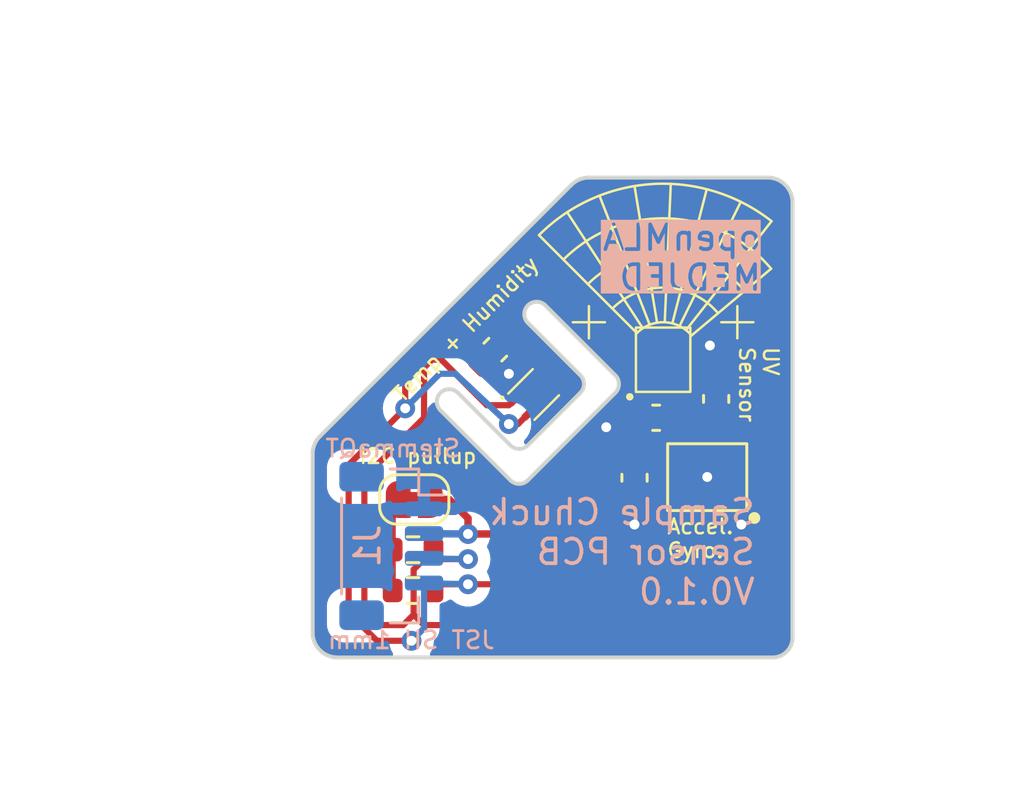
<source format=kicad_pcb>
(kicad_pcb (version 20221018) (generator pcbnew)
  (layers (0 "F.Cu" signal) (31 "B.Cu" signal) (34 "B.Paste" user) (35 "F.Paste" user) (36 "B.SilkS" user "B.Silkscreen") (37 "F.SilkS" user "F.Silkscreen") (38 "B.Mask" user) (39 "F.Mask" user) (44 "Edge.Cuts" user))
  (net 0 "")
  (net 1 "+3.3V")
  (net 2 "/SDA")
  (net 3 "/SCL")
  (net 11 "GND")
  (net 12 "/I2C_pullup")
  (footprint "Medjed-stage-sensor:OPT3002" (layer "F.Cu") (at 139.207 90.998 90)
    (fp_text reference "U2" hide)
    (fp_text value "~")
    (fp_rect (start -1.3 -1.1) (end 1.3 1.1) (stroke (width 0.1)) (fill none) (layer "F.SilkS"))
    (fp_circle (center -1.5 -1.35) (end -1.4 -1.35) (stroke (width 0.1)) (fill solid) (layer "F.SilkS"))
    (pad "1" smd roundrect (at -0.95 -0.65 270) (size 0.5 0.25) (layers "F.Cu" "F.Paste" "F.Mask") (roundrect_rratio 0.5) (net 1 "+3.3V"))
    (pad "2" smd roundrect (at -0.95 0 270) (size 0.5 0.25) (layers "F.Cu" "F.Paste" "F.Mask") (roundrect_rratio 0.5) (net 1 "+3.3V"))
    (pad "3" smd roundrect (at -0.95 0.65 90) (size 0.5 0.25) (layers "F.Cu" "F.Paste" "F.Mask") (roundrect_rratio 0.5) (net 11 "GND"))
    (pad "3" smd roundrect (at 0 0 90) (size 0.65 1.35) (layers "F.Cu" "F.Paste" "F.Mask") (roundrect_rratio 0.04) (net 11 "GND"))
    (pad "4" smd roundrect (at 0.95 0.65 270) (size 0.5 0.25) (layers "F.Cu" "F.Paste" "F.Mask") (roundrect_rratio 0.5) (net 3 "/SCL"))
    (pad "5" smd roundrect (at 0.95 0 270) (size 0.5 0.25) (layers "F.Cu" "F.Paste" "F.Mask") (roundrect_rratio 0.5))
    (pad "6" smd roundrect (at 0.95 -0.65 270) (size 0.5 0.25) (layers "F.Cu" "F.Paste" "F.Mask") (roundrect_rratio 0.5) (net 2 "/SDA"))
  )
  (footprint "Resistor_SMD:R_0603_1608Metric" (layer "F.Cu") (at 129.096 100.33)
    (fp_text reference "R2" hide)
    (fp_text value "11K")
    (fp_line (start -0.237258 -0.5225) (end 0.237258 -0.5225) (stroke (width 0.12)) (layer "F.SilkS"))
    (fp_line (start -0.237258 0.5225) (end 0.237258 0.5225) (stroke (width 0.12)) (layer "F.SilkS"))
    (pad "1" smd roundrect (at -0.825 0) (size 0.8 0.95) (layers "F.Cu" "F.Paste" "F.Mask") (net 12 "/I2C_pullup"))
    (pad "2" smd roundrect (at 0.825 0) (size 0.8 0.95) (layers "F.Cu" "F.Paste" "F.Mask") (net 3 "/SCL"))
  )
  (footprint "Medjed-stage-sensor:SHT4X" (layer "F.Cu") (at 133.969183 92.402843 45)
    (fp_text reference "U3" hide)
    (fp_text value "SHT45" hide)
    (fp_line (start -0.7 -0.75) (end 0.7 -0.75) (stroke (width 0.1)) (layer "F.SilkS"))
    (fp_line (start -0.7 0.75) (end 0.7 0.75) (stroke (width 0.1)) (layer "F.SilkS"))
    (fp_circle (center -1 -0.8) (end -0.95 -0.8) (stroke (width 0.1)) (fill none) (layer "F.SilkS"))
    (pad "1" smd rect (at -0.7 -0.4 45) (size 0.5 0.3) (layers "F.Cu" "F.Paste" "F.Mask") (net 2 "/SDA"))
    (pad "2" smd rect (at -0.7 0.4 45) (size 0.5 0.3) (layers "F.Cu" "F.Paste" "F.Mask") (net 3 "/SCL"))
    (pad "3" smd rect (at 0.7 0.4 45) (size 0.5 0.3) (layers "F.Cu" "F.Paste" "F.Mask") (net 1 "+3.3V"))
    (pad "4" smd rect (at 0.7 -0.4 45) (size 0.5 0.3) (layers "F.Cu" "F.Paste" "F.Mask") (net 11 "GND"))
  )
  (footprint "Capacitor_SMD:C_0603_1608Metric" (layer "F.Cu") (at 141.351 92.583 90)
    (fp_text reference "C4" hide)
    (fp_text value "2.2uF")
    (fp_line (start -0.14058 -0.51) (end 0.14058 -0.51) (stroke (width 0.12)) (layer "F.SilkS"))
    (fp_line (start -0.14058 0.51) (end 0.14058 0.51) (stroke (width 0.12)) (layer "F.SilkS"))
    (pad "1" smd roundrect (at -0.775 0 90) (size 0.9 0.95) (layers "F.Cu" "F.Paste" "F.Mask") (net 1 "+3.3V"))
    (pad "2" smd roundrect (at 0.775 0 90) (size 0.9 0.95) (layers "F.Cu" "F.Paste" "F.Mask") (net 11 "GND"))
  )
  (footprint "Jumper:SolderJumper-2_P1.3mm_Bridged_RoundedPad1.0x1.5mm" (layer "F.Cu") (at 129.144 96.647)
    (fp_text reference "JP1" hide)
    (fp_text value "Bridged")
    (fp_poly (pts (xy 0.25 -0.3) (xy -0.25 -0.3) (xy -0.25 0.3) (xy 0.25 0.3)) (fill solid) (layer "F.Cu"))
    (fp_line (start -1.4 0.3) (end -1.4 -0.3) (stroke (width 0.12)) (layer "F.SilkS"))
    (fp_line (start -0.7 -1) (end 0.7 -1) (stroke (width 0.12)) (layer "F.SilkS"))
    (fp_line (start 0.7 1) (end -0.7 1) (stroke (width 0.12)) (layer "F.SilkS"))
    (fp_line (start 1.4 -0.3) (end 1.4 0.3) (stroke (width 0.12)) (layer "F.SilkS"))
    (fp_arc (start -1.4 -0.3) (mid -1.194975 -0.794975) (end -0.7 -1) (stroke (width 0.12)) (layer "F.SilkS"))
    (fp_arc (start -0.7 1) (mid -1.194975 0.794975) (end -1.4 0.3) (stroke (width 0.12)) (layer "F.SilkS"))
    (fp_arc (start 0.7 -1) (mid 1.194975 -0.794975) (end 1.4 -0.3) (stroke (width 0.12)) (layer "F.SilkS"))
    (fp_arc (start 1.4 0.3) (mid 1.194975 0.794975) (end 0.7 1) (stroke (width 0.12)) (layer "F.SilkS"))
    (pad "1" smd custom (at -0.65 0) (size 1 0.5) (layers "F.Cu" "F.Mask") (net 12 "/I2C_pullup") (options (clearance outline) (anchor rect)) (primitives (gr_circle (center 0 0.25) (end 0.5 0.25) (width 0) (fill yes)) (gr_circle (center 0 -0.25) (end 0.5 -0.25) (width 0) (fill yes)) (gr_poly (pts (xy 0.5 0.75) (xy 0 0.75) (xy 0 -0.75) (xy 0.5 -0.75)) (width 0) (fill yes))))
    (pad "2" smd custom (at 0.65 0) (size 1 0.5) (layers "F.Cu" "F.Mask") (net 1 "+3.3V") (options (clearance outline) (anchor rect)) (primitives (gr_circle (center 0 0.25) (end 0.5 0.25) (width 0) (fill yes)) (gr_circle (center 0 -0.25) (end 0.5 -0.25) (width 0) (fill yes)) (gr_poly (pts (xy 0 0.75) (xy -0.5 0.75) (xy -0.5 -0.75) (xy 0 -0.75)) (width 0) (fill yes))))
  )
  (footprint "Resistor_SMD:R_0603_1608Metric" (layer "F.Cu") (at 129.096 98.679)
    (fp_text reference "R1" hide)
    (fp_text value "11K")
    (fp_line (start -0.237258 -0.5225) (end 0.237258 -0.5225) (stroke (width 0.12)) (layer "F.SilkS"))
    (fp_line (start -0.237258 0.5225) (end 0.237258 0.5225) (stroke (width 0.12)) (layer "F.SilkS"))
    (pad "1" smd roundrect (at -0.825 0) (size 0.8 0.95) (layers "F.Cu" "F.Paste" "F.Mask") (net 12 "/I2C_pullup"))
    (pad "2" smd roundrect (at 0.825 0) (size 0.8 0.95) (layers "F.Cu" "F.Paste" "F.Mask") (net 2 "/SDA"))
  )
  (footprint "Medjed-stage-sensor:icm-42605" (layer "F.Cu") (at 140.9895 95.746 180)
    (fp_text reference "U1" hide)
    (fp_text value "ICM 42605")
    (fp_rect (start -1.6 -1.35) (end 1.6 1.35) (stroke (width 0.12)) (fill none) (layer "F.SilkS"))
    (fp_circle (center -1.905 -1.651) (end -1.725395 -1.651) (stroke (width 0.12)) (fill solid) (layer "F.SilkS"))
    (pad "1" smd rect (at -1.1625 -0.75 270) (size 0.25 0.475) (layers "F.Cu" "F.Paste" "F.Mask") (net 11 "GND"))
    (pad "2" smd rect (at -1.1625 -0.25 270) (size 0.25 0.475) (layers "F.Cu" "F.Paste" "F.Mask"))
    (pad "3" smd rect (at -1.1625 0.25 270) (size 0.25 0.475) (layers "F.Cu" "F.Paste" "F.Mask"))
    (pad "4" smd rect (at -1.1625 0.75 270) (size 0.25 0.475) (layers "F.Cu" "F.Paste" "F.Mask"))
    (pad "5" smd rect (at -0.5 0.9125 180) (size 0.25 0.475) (layers "F.Cu" "F.Paste" "F.Mask") (net 1 "+3.3V"))
    (pad "6" smd rect (at 0 0.9125 180) (size 0.25 0.475) (layers "F.Cu" "F.Paste" "F.Mask") (net 11 "GND"))
    (pad "7" smd rect (at 0.5 0.9125 180) (size 0.25 0.475) (layers "F.Cu" "F.Paste" "F.Mask") (net 11 "GND"))
    (pad "8" smd rect (at 1.1625 0.738 270) (size 0.25 0.475) (layers "F.Cu" "F.Paste" "F.Mask") (net 1 "+3.3V"))
    (pad "9" smd rect (at 1.1625 0.238 270) (size 0.25 0.475) (layers "F.Cu" "F.Paste" "F.Mask"))
    (pad "10" smd rect (at 1.1625 -0.25 270) (size 0.25 0.475) (layers "F.Cu" "F.Paste" "F.Mask"))
    (pad "11" smd rect (at 1.1625 -0.75 270) (size 0.25 0.475) (layers "F.Cu" "F.Paste" "F.Mask"))
    (pad "12" smd rect (at 0.5 -0.9125 180) (size 0.25 0.475) (layers "F.Cu" "F.Paste" "F.Mask") (net 1 "+3.3V"))
    (pad "13" smd rect (at 0 -0.9125 180) (size 0.25 0.475) (layers "F.Cu" "F.Paste" "F.Mask") (net 3 "/SCL"))
    (pad "14" smd rect (at -0.5 -0.9125 180) (size 0.25 0.475) (layers "F.Cu" "F.Paste" "F.Mask") (net 2 "/SDA"))
  )
  (footprint "Capacitor_SMD:C_0603_1608Metric" (layer "F.Cu") (at 138.049 95.771 -90)
    (fp_text reference "C3" hide)
    (fp_text value "10nF")
    (fp_line (start -0.14058 -0.51) (end 0.14058 -0.51) (stroke (width 0.12)) (layer "F.SilkS"))
    (fp_line (start -0.14058 0.51) (end 0.14058 0.51) (stroke (width 0.12)) (layer "F.SilkS"))
    (pad "1" smd roundrect (at -0.775 0 270) (size 0.9 0.95) (layers "F.Cu" "F.Paste" "F.Mask") (net 1 "+3.3V"))
    (pad "2" smd roundrect (at 0.775 0 270) (size 0.9 0.95) (layers "F.Cu" "F.Paste" "F.Mask") (net 11 "GND"))
  )
  (footprint "Capacitor_SMD:C_0603_1608Metric" (layer "F.Cu") (at 138.925 93.345)
    (fp_text reference "C6" hide)
    (fp_text value "100nF")
    (fp_line (start -0.14058 -0.51) (end 0.14058 -0.51) (stroke (width 0.12)) (layer "F.SilkS"))
    (fp_line (start -0.14058 0.51) (end 0.14058 0.51) (stroke (width 0.12)) (layer "F.SilkS"))
    (pad "1" smd roundrect (at -0.775 0) (size 0.9 0.95) (layers "F.Cu" "F.Paste" "F.Mask") (net 11 "GND"))
    (pad "2" smd roundrect (at 0.775 0) (size 0.9 0.95) (layers "F.Cu" "F.Paste" "F.Mask") (net 1 "+3.3V"))
  )
  (footprint "Capacitor_SMD:C_0603_1608Metric" (layer "F.Cu") (at 132.420992 90.591008 45)
    (fp_text reference "C5" hide)
    (fp_text value "100nF")
    (fp_line (start -0.14058 -0.51) (end 0.14058 -0.51) (stroke (width 0.12)) (layer "F.SilkS"))
    (fp_line (start -0.14058 0.51) (end 0.14058 0.51) (stroke (width 0.12)) (layer "F.SilkS"))
    (pad "1" smd roundrect (at -0.775 0 45) (size 0.9 0.95) (layers "F.Cu" "F.Paste" "F.Mask") (net 11 "GND"))
    (pad "2" smd roundrect (at 0.775 0 45) (size 0.9 0.95) (layers "F.Cu" "F.Paste" "F.Mask") (net 1 "+3.3V"))
  )
  (footprint "Connector_JST:JST_SH_BM04B-SRSS-TB_1x04-1MP_P1.00mm_Vertical" (layer "B.Cu") (at 128.215 98.528 -90)
    (fp_text reference "J1" (at 0 0.961 90) (layer "B.SilkS") (effects (justify mirror)))
    (fp_text value "STEMMA QT")
    (fp_line (start -3.11 -1.11) (end -2.06 -1.11) (stroke (width 0.12)) (layer "B.SilkS"))
    (fp_line (start -3.11 0.04) (end -3.11 -1.11) (stroke (width 0.12)) (layer "B.SilkS"))
    (fp_line (start -2.06 -1.11) (end -2.06 -2.1) (stroke (width 0.12)) (layer "B.SilkS"))
    (fp_line (start -1.94 2.01) (end 1.94 2.01) (stroke (width 0.12)) (layer "B.SilkS"))
    (fp_line (start 3.11 -1.11) (end 2.06 -1.11) (stroke (width 0.12)) (layer "B.SilkS"))
    (fp_line (start 3.11 0.04) (end 3.11 -1.11) (stroke (width 0.12)) (layer "B.SilkS"))
    (pad "1" smd roundrect (at -1.5 -1.325 270) (size 0.6 1.55) (layers "B.Cu" "B.Paste" "B.Mask") (net 11 "GND"))
    (pad "2" smd roundrect (at -0.5 -1.325 270) (size 0.6 1.55) (layers "B.Cu" "B.Paste" "B.Mask") (net 1 "+3.3V"))
    (pad "3" smd roundrect (at 0.5 -1.325 270) (size 0.6 1.55) (layers "B.Cu" "B.Paste" "B.Mask") (net 2 "/SDA"))
    (pad "4" smd roundrect (at 1.5 -1.325 270) (size 0.6 1.55) (layers "B.Cu" "B.Paste" "B.Mask") (net 3 "/SCL"))
    (pad "MP" smd roundrect (at -2.8 1.2 270) (size 1.2 1.8) (layers "B.Cu" "B.Paste" "B.Mask") (roundrect_rratio 0.208333))
    (pad "MP" smd roundrect (at 2.8 1.2 270) (size 1.2 1.8) (layers "B.Cu" "B.Paste" "B.Mask") (roundrect_rratio 0.208333))
  )
  (gr_arc (start 138.14534 89.92134) (mid 139.271486 89.48343) (end 140.35514 90.017906) (stroke (width 0.1)) (layer "F.SilkS"))
  (gr_line (start 140.35514 90.017906) (end 143.572732 87.318443) (stroke (width 0.1)) (layer "F.SilkS"))
  (gr_line (start 140.132147 89.802063) (end 143.589764 85.396965) (stroke (width 0.1)) (layer "F.SilkS"))
  (gr_arc (start 137.15539 88.93139) (mid 139.332606 88.084765) (end 141.427671 89.118085) (stroke (width 0.1)) (layer "F.SilkS"))
  (gr_line (start 142.206 88.832) (end 142.206 90.132) (stroke (width 0.1)) (layer "F.SilkS"))
  (gr_arc (start 136.165441 87.941441) (mid 139.393727 86.6861) (end 142.500201 88.218264) (stroke (width 0.1)) (layer "F.SilkS"))
  (gr_arc (start 135.175491 86.951491) (mid 139.454847 85.287435) (end 143.572732 87.318443) (stroke (width 0.1)) (layer "F.SilkS"))
  (gr_line (start 138.66237 89.583978) (end 136.632816 84.364695) (stroke (width 0.1)) (layer "F.SilkS"))
  (gr_arc (start 134.185542 85.961542) (mid 138.780522 83.89476) (end 143.589764 85.396965) (stroke (width 0.1)) (layer "F.SilkS"))
  (gr_line (start 138.961699 89.502028) (end 138.049642 83.976799) (stroke (width 0.1)) (layer "F.SilkS"))
  (gr_line (start 138.14534 89.92134) (end 134.185542 85.961542) (stroke (width 0.1)) (layer "F.SilkS"))
  (gr_line (start 139.271486 89.48343) (end 139.515967 83.888769) (stroke (width 0.1)) (layer "F.SilkS"))
  (gr_line (start 138.386311 89.725772) (end 135.326138 85.035853) (stroke (width 0.1)) (layer "F.SilkS"))
  (gr_line (start 139.86951 89.636729) (end 142.346613 84.614383) (stroke (width 0.1)) (layer "F.SilkS"))
  (gr_line (start 135.556 89.482) (end 136.856 89.482) (stroke (width 0.1)) (layer "F.SilkS"))
  (gr_line (start 141.556 89.482) (end 142.856 89.482) (stroke (width 0.1)) (layer "F.SilkS"))
  (gr_line (start 136.206 90.132) (end 136.206 88.832) (stroke (width 0.1)) (layer "F.SilkS"))
  (gr_line (start 139.57847 89.52898) (end 140.969024 84.104374) (stroke (width 0.1)) (layer "F.SilkS"))
  (gr_arc (start 126.037 103.035) (mid 125.329893 102.742107) (end 125.037 102.035) (stroke (width 0.16)) (layer "Edge.Cuts"))
  (gr_arc (start 133.737505 89.507078) (mid 133.737505 88.799971) (end 134.444612 88.799971) (stroke (width 0.16)) (layer "Edge.Cuts"))
  (gr_arc (start 137.273039 91.628398) (mid 137.419486 91.981952) (end 137.273039 92.335505) (stroke (width 0.16)) (layer "Edge.Cuts"))
  (gr_line (start 144.437 84.635) (end 144.437 102.235) (stroke (width 0.16)) (layer "Edge.Cuts"))
  (gr_line (start 125.329893 94.096313) (end 135.498313 83.927893) (stroke (width 0.16)) (layer "Edge.Cuts"))
  (gr_line (start 143.637 103.035) (end 126.037 103.035) (stroke (width 0.16)) (layer "Edge.Cuts"))
  (gr_arc (start 135.858825 91.628398) (mid 136.005272 91.981952) (end 135.858825 92.335505) (stroke (width 0.16)) (layer "Edge.Cuts"))
  (gr_arc (start 135.498313 83.927893) (mid 135.822737 83.71112) (end 136.20542 83.635) (stroke (width 0.16)) (layer "Edge.Cuts"))
  (gr_line (start 135.858825 91.628398) (end 133.737505 89.507078) (stroke (width 0.16)) (layer "Edge.Cuts"))
  (gr_line (start 136.20542 83.635) (end 143.437 83.635) (stroke (width 0.16)) (layer "Edge.Cuts"))
  (gr_line (start 133.030398 95.871039) (end 130.201971 93.042612) (stroke (width 0.16)) (layer "Edge.Cuts"))
  (gr_line (start 125.037 102.035) (end 125.037 94.80342) (stroke (width 0.16)) (layer "Edge.Cuts"))
  (gr_line (start 134.444612 88.799971) (end 137.273039 91.628398) (stroke (width 0.16)) (layer "Edge.Cuts"))
  (gr_line (start 137.273039 92.335505) (end 133.737505 95.871039) (stroke (width 0.16)) (layer "Edge.Cuts"))
  (gr_line (start 133.737505 94.456825) (end 135.858825 92.335505) (stroke (width 0.16)) (layer "Edge.Cuts"))
  (gr_arc (start 143.437 83.635) (mid 144.144107 83.927893) (end 144.437 84.635) (stroke (width 0.16)) (layer "Edge.Cuts"))
  (gr_line (start 130.909078 92.335505) (end 133.030398 94.456825) (stroke (width 0.16)) (layer "Edge.Cuts"))
  (gr_arc (start 130.201971 93.042612) (mid 130.201971 92.335505) (end 130.909078 92.335505) (stroke (width 0.16)) (layer "Edge.Cuts"))
  (gr_arc (start 144.437 102.235) (mid 144.202685 102.800685) (end 143.637 103.035) (stroke (width 0.16)) (layer "Edge.Cuts"))
  (gr_arc (start 133.737505 95.871039) (mid 133.383952 96.017486) (end 133.030398 95.871039) (stroke (width 0.16)) (layer "Edge.Cuts"))
  (gr_arc (start 125.037 94.80342) (mid 125.11312 94.420737) (end 125.329893 94.096313) (stroke (width 0.16)) (layer "Edge.Cuts"))
  (gr_arc (start 133.737505 94.456825) (mid 133.383952 94.603272) (end 133.030398 94.456825) (stroke (width 0.16)) (layer "Edge.Cuts"))
  (gr_text "StemmaQT" (at 131.064 94.996) (layer "B.SilkS") (effects (font (size 0.7 0.7) (thickness 0.11)) (justify left bottom mirror)))
  (gr_text "openMLA \nMEDJED" (at 143.256 88.265) (layer "B.SilkS" knockout) (effects (font (size 1 1)) (justify left bottom mirror)))
  (gr_text "JST SH 1mm" (at 132.461 102.743) (layer "B.SilkS") (effects (font (size 0.7 0.7) (thickness 0.11)) (justify left bottom mirror)))
  (gr_text "Sample Chuck \nSensor PCB\nV0.1.0" (at 143.002 100.965) (layer "B.SilkS") (effects (font (size 1 1)) (justify left bottom mirror)))
  (gr_text "Temp + Humidity" (at 128.651 92.837 45) (layer "F.SilkS") (effects (font (size 0.6 0.6) (thickness 0.1) bold) (justify left bottom)))
  (gr_text "UV\nSensor" (at 142.24 90.424 -90) (layer "F.SilkS") (effects (font (size 0.6 0.6) (thickness 0.1) bold) (justify left bottom)))
  (gr_text "Accel.\nGyro." (at 139.319 99.06) (layer "F.SilkS") (effects (font (size 0.6 0.6) (thickness 0.1) bold) (justify left bottom)))
  (gr_text "I2C pullup" (at 126.873 95.25) (layer "F.SilkS") (effects (font (size 0.6 0.6) (thickness 0.1) bold) (justify left bottom)))
  (segment (start 136.906 94.996) (end 138.049 94.996) (width 0.3) (layer "F.Cu") (net 1))
  (segment (start 139.7 94.881) (end 139.7 93.345) (width 0.3) (layer "F.Cu") (net 1))
  (segment (start 139.207 92.852) (end 139.7 93.345) (width 0.25) (layer "F.Cu") (net 1))
  (segment (start 131.318 98.044) (end 133.858 98.044) (width 0.3) (layer "F.Cu") (net 1))
  (segment (start 138.557 91.948) (end 139.207 91.948) (width 0.25) (layer "F.Cu") (net 1))
  (segment (start 139.713 93.358) (end 139.7 93.345) (width 0.3) (layer "F.Cu") (net 1))
  (segment (start 139.446 97.028) (end 139.065 96.774) (width 0.25) (layer "F.Cu") (net 1))
  (segment (start 140.208 97.028) (end 139.446 97.028) (width 0.25) (layer "F.Cu") (net 1))
  (segment (start 133.731 88.138) (end 132.969 88.9) (width 0.25) (layer "F.Cu") (net 1))
  (segment (start 131.318 97.409) (end 130.556 96.647) (width 0.3) (layer "F.Cu") (net 1))
  (segment (start 141.4895 93.875805) (end 141.351 93.358) (width 0.25) (layer "F.Cu") (net 1))
  (segment (start 140.4895 96.6585) (end 140.208 97.028) (width 0.25) (layer "F.Cu") (net 1))
  (segment (start 141.465 93.358) (end 139.713 93.358) (width 0.3) (layer "F.Cu") (net 1))
  (segment (start 139.815 94.996) (end 139.827 95.008) (width 0.3) (layer "F.Cu") (net 1))
  (segment (start 138.303 91.948) (end 134.493 88.138) (width 0.25) (layer "F.Cu") (net 1))
  (segment (start 139.827 95.008) (end 139.7 94.881) (width 0.3) (layer "F.Cu") (net 1))
  (segment (start 135.001 91.567) (end 135.001 91.936711) (width 0.25) (layer "F.Cu") (net 1))
  (segment (start 130.556 96.647) (end 129.794 96.647) (width 0.3) (layer "F.Cu") (net 1))
  (segment (start 134.493 88.138) (end 133.731 88.138) (width 0.25) (layer "F.Cu") (net 1))
  (segment (start 133.858 98.044) (end 136.906 94.996) (width 0.3) (layer "F.Cu") (net 1))
  (segment (start 139.207 91.948) (end 139.207 92.852) (width 0.25) (layer "F.Cu") (net 1))
  (segment (start 138.811 94.996) (end 138.049 94.996) (width 0.25) (layer "F.Cu") (net 1))
  (segment (start 134.239 90.805) (end 135.001 91.567) (width 0.25) (layer "F.Cu") (net 1))
  (segment (start 139.065 96.774) (end 139.065 95.25) (width 0.25) (layer "F.Cu") (net 1))
  (segment (start 132.969 90.043) (end 133.731 90.805) (width 0.25) (layer "F.Cu") (net 1))
  (segment (start 139.065 95.25) (end 138.811 94.996) (width 0.25) (layer "F.Cu") (net 1))
  (segment (start 138.049 94.996) (end 139.815 94.996) (width 0.3) (layer "F.Cu") (net 1))
  (segment (start 141.4895 94.8335) (end 141.4895 93.875805) (width 0.25) (layer "F.Cu") (net 1))
  (segment (start 138.557 91.948) (end 138.303 91.948) (width 0.25) (layer "F.Cu") (net 1))
  (segment (start 133.731 90.805) (end 134.239 90.805) (width 0.25) (layer "F.Cu") (net 1))
  (segment (start 135.001 91.936711) (end 134.747 92.190711) (width 0.25) (layer "F.Cu") (net 1))
  (segment (start 131.318 98.044) (end 131.318 97.409) (width 0.3) (layer "F.Cu") (net 1))
  (segment (start 132.969 88.9) (end 132.969 90.043) (width 0.25) (layer "F.Cu") (net 1))
  (via (at 131.318 98.044) (size 0.8) (drill 0.4) (layers "F.Cu" "B.Cu") (net 1))
  (segment (start 129.54 98.028) (end 131.318 98.044) (width 0.3) (layer "B.Cu") (net 1))
  (segment (start 127.762 101.727) (end 128.697296 101.727) (width 0.25) (layer "F.Cu") (net 2))
  (segment (start 141.478 99.06) (end 141.478 98.425) (width 0.25) (layer "F.Cu") (net 2))
  (segment (start 129.54 91.313) (end 129.8575 90.9955) (width 0.25) (layer "F.Cu") (net 2))
  (segment (start 141.478 98.425) (end 141.4895 96.6585) (width 0.25) (layer "F.Cu") (net 2))
  (segment (start 129.54 101.727) (end 138.811 101.727) (width 0.25) (layer "F.Cu") (net 2))
  (segment (start 129.118648 101.305648) (end 129.54 101.727) (width 0.25) (layer "F.Cu") (net 2))
  (segment (start 128.697296 101.727) (end 129.118648 101.305648) (width 0.25) (layer "F.Cu") (net 2))
  (segment (start 130.302 99.06) (end 131.318 99.06) (width 0.25) (layer "F.Cu") (net 2))
  (segment (start 137.16 88.646) (end 138.557 90.043) (width 0.25) (layer "F.Cu") (net 2))
  (segment (start 129.54 93.345) (end 127.127 95.758) (width 0.25) (layer "F.Cu") (net 2))
  (segment (start 132.969341 92.837) (end 133.191366 92.614975) (width 0.25) (layer "F.Cu") (net 2))
  (segment (start 129.54 91.313) (end 133.35 87.503) (width 0.25) (layer "F.Cu") (net 2))
  (segment (start 133.35 87.503) (end 136.017 87.503) (width 0.25) (layer "F.Cu") (net 2))
  (segment (start 136.017 87.503) (end 137.16 88.646) (width 0.25) (layer "F.Cu") (net 2))
  (segment (start 127.127 95.758) (end 127.127 101.092) (width 0.25) (layer "F.Cu") (net 2))
  (segment (start 138.557 90.043) (end 138.557 90.048) (width 0.25) (layer "F.Cu") (net 2))
  (segment (start 129.118648 99.481352) (end 129.118648 101.305648) (width 0.25) (layer "F.Cu") (net 2))
  (segment (start 129.54 91.313) (end 129.54 93.345) (width 0.25) (layer "F.Cu") (net 2))
  (segment (start 130.2385 90.9955) (end 132.08 92.837) (width 0.25) (layer "F.Cu") (net 2))
  (segment (start 132.08 92.837) (end 132.969341 92.837) (width 0.25) (layer "F.Cu") (net 2))
  (segment (start 127.127 101.092) (end 127.762 101.727) (width 0.25) (layer "F.Cu") (net 2))
  (segment (start 129.921 98.679) (end 129.118648 99.481352) (width 0.25) (layer "F.Cu") (net 2))
  (segment (start 138.811 101.727) (end 141.478 99.06) (width 0.25) (layer "F.Cu") (net 2))
  (segment (start 129.921 98.679) (end 130.302 99.06) (width 0.25) (layer "F.Cu") (net 2))
  (segment (start 129.8575 90.9955) (end 130.2385 90.9955) (width 0.25) (layer "F.Cu") (net 2))
  (via (at 131.318 99.06) (size 0.8) (drill 0.4) (layers "F.Cu" "B.Cu") (net 2))
  (segment (start 129.54 99.028) (end 131.318 99.06) (width 0.25) (layer "B.Cu") (net 2))
  (segment (start 133.757051 93.18066) (end 133.338711 93.599) (width 0.25) (layer "F.Cu") (net 3))
  (segment (start 140.9895 98.7865) (end 140.9895 96.6585) (width 0.25) (layer "F.Cu") (net 3))
  (segment (start 129.032 102.362) (end 127.635 102.362) (width 0.25) (layer "F.Cu") (net 3))
  (segment (start 126.492 95.25) (end 128.778 92.964) (width 0.25) (layer "F.Cu") (net 3))
  (segment (start 136.884833 86.846833) (end 139.857 89.819) (width 0.25) (layer "F.Cu") (net 3))
  (segment (start 133.244167 86.846833) (end 136.884833 86.846833) (width 0.25) (layer "F.Cu") (net 3))
  (segment (start 128.778 91.313) (end 133.244167 86.846833) (width 0.25) (layer "F.Cu") (net 3))
  (segment (start 126.492 101.219) (end 126.492 95.25) (width 0.25) (layer "F.Cu") (net 3))
  (segment (start 131.318 100.076) (end 139.7 100.076) (width 0.25) (layer "F.Cu") (net 3))
  (segment (start 139.857 89.819) (end 139.857 90.048) (width 0.25) (layer "F.Cu") (net 3))
  (segment (start 127.635 102.362) (end 126.492 101.219) (width 0.25) (layer "F.Cu") (net 3))
  (segment (start 133.338711 93.599) (end 132.969 93.599) (width 0.25) (layer "F.Cu") (net 3))
  (segment (start 139.7 100.076) (end 140.9895 98.7865) (width 0.25) (layer "F.Cu") (net 3))
  (segment (start 129.921 100.33) (end 130.175 100.076) (width 0.25) (layer "F.Cu") (net 3))
  (segment (start 128.778 92.964) (end 128.778 91.313) (width 0.25) (layer "F.Cu") (net 3))
  (segment (start 130.175 100.076) (end 131.318 100.076) (width 0.25) (layer "F.Cu") (net 3))
  (via (at 132.969 93.599) (size 0.8) (drill 0.4) (layers "F.Cu" "B.Cu") (net 3))
  (via (at 131.318 100.076) (size 0.8) (drill 0.4) (layers "F.Cu" "B.Cu") (net 3))
  (via (at 128.778 92.964) (size 0.8) (drill 0.4) (layers "F.Cu" "B.Cu") (net 3))
  (via (at 129.032 102.362) (size 0.8) (drill 0.4) (layers "F.Cu" "B.Cu") (net 3))
  (segment (start 129.54 100.028) (end 131.318 100.076) (width 0.25) (layer "B.Cu") (net 3))
  (segment (start 129.54 101.854) (end 129.54 100.028) (width 0.25) (layer "B.Cu") (net 3))
  (segment (start 130.81 91.567) (end 132.969 93.599) (width 0.25) (layer "B.Cu") (net 3))
  (segment (start 128.778 92.964) (end 130.175 91.567) (width 0.25) (layer "B.Cu") (net 3))
  (segment (start 130.175 91.567) (end 130.81 91.567) (width 0.25) (layer "B.Cu") (net 3))
  (segment (start 129.032 102.362) (end 129.54 101.854) (width 0.25) (layer "B.Cu") (net 3))
  (segment (start 138.15 93.345) (end 137.287 93.345) (width 0.25) (layer "F.Cu") (net 11))
  (segment (start 140.757868 90.994802) (end 141.097 90.424) (width 0.25) (layer "F.Cu") (net 11))
  (segment (start 140.4895 94.8335) (end 140.9895 94.8335) (width 0.25) (layer "F.Cu") (net 11))
  (segment (start 138.049 97.79) (end 138.049 96.546) (width 0.25) (layer "F.Cu") (net 11))
  (segment (start 134.181315 91.625026) (end 134.123289 91.567) (width 0.25) (layer "F.Cu") (net 11))
  (segment (start 142.113 97.409) (end 142.113 96.535) (width 0.25) (layer "F.Cu") (net 11))
  (segment (start 139.997 91.808) (end 141.351 91.808) (width 0.25) (layer "F.Cu") (net 11))
  (segment (start 142.113 96.535) (end 142.152 96.496) (width 0.25) (layer "F.Cu") (net 11))
  (segment (start 134.123289 91.567) (end 132.969 91.567) (width 0.25) (layer "F.Cu") (net 11))
  (segment (start 139.857 91.948) (end 139.997 91.808) (width 0.25) (layer "F.Cu") (net 11))
  (segment (start 139.207 90.998) (end 140.757868 90.994802) (width 0.25) (layer "F.Cu") (net 11))
  (segment (start 140.757868 90.994802) (end 141.351 91.808) (width 0.25) (layer "F.Cu") (net 11))
  (segment (start 140.9895 95.7385) (end 140.9895 94.8335) (width 0.25) (layer "F.Cu") (net 11))
  (segment (start 142.367 97.663) (end 142.113 97.409) (width 0.25) (layer "F.Cu") (net 11))
  (segment (start 131.872984 91.139016) (end 132.300968 91.567) (width 0.25) (layer "F.Cu") (net 11))
  (segment (start 137.287 93.345) (end 136.906 93.726) (width 0.25) (layer "F.Cu") (net 11))
  (segment (start 132.300968 91.567) (end 132.969 91.567) (width 0.25) (layer "F.Cu") (net 11))
  (via (at 138.049 97.663) (size 0.8) (drill 0.4) (layers "F.Cu" "B.Cu") (net 11))
  (via (at 132.969 91.567) (size 0.8) (drill 0.4) (layers "F.Cu" "B.Cu") (net 11))
  (via (at 136.906 93.726) (size 0.8) (drill 0.4) (layers "F.Cu" "B.Cu") (net 11))
  (via (at 142.367 97.663) (size 0.8) (drill 0.4) (layers "F.Cu" "B.Cu") (net 11))
  (via (at 140.9895 95.7385) (size 0.8) (drill 0.4) (layers "F.Cu" "B.Cu") (net 11))
  (via (at 141.097 90.424) (size 0.8) (drill 0.4) (layers "F.Cu" "B.Cu") (net 11))
  (segment (start 128.271 96.87) (end 128.271 98.679) (width 0.25) (layer "F.Cu") (net 12))
  (segment (start 128.494 96.647) (end 128.271 96.87) (width 0.25) (layer "F.Cu") (net 12))
  (segment (start 128.271 100.33) (end 128.271 98.679) (width 0.25) (layer "F.Cu") (net 12))
  (zone (net 11) (net_name "GND") (layer "B.Cu") (connect_pads (clearance 0.5)) (min_thickness 0.25) (fill yes (thermal_gap 0.5) (thermal_bridge_width 0.5))
    (polygon (pts (xy 153.797 76.454) (xy 112.395 76.581) (xy 112.776 108.839) (xy 153.797 108.712)))
  )
)
</source>
